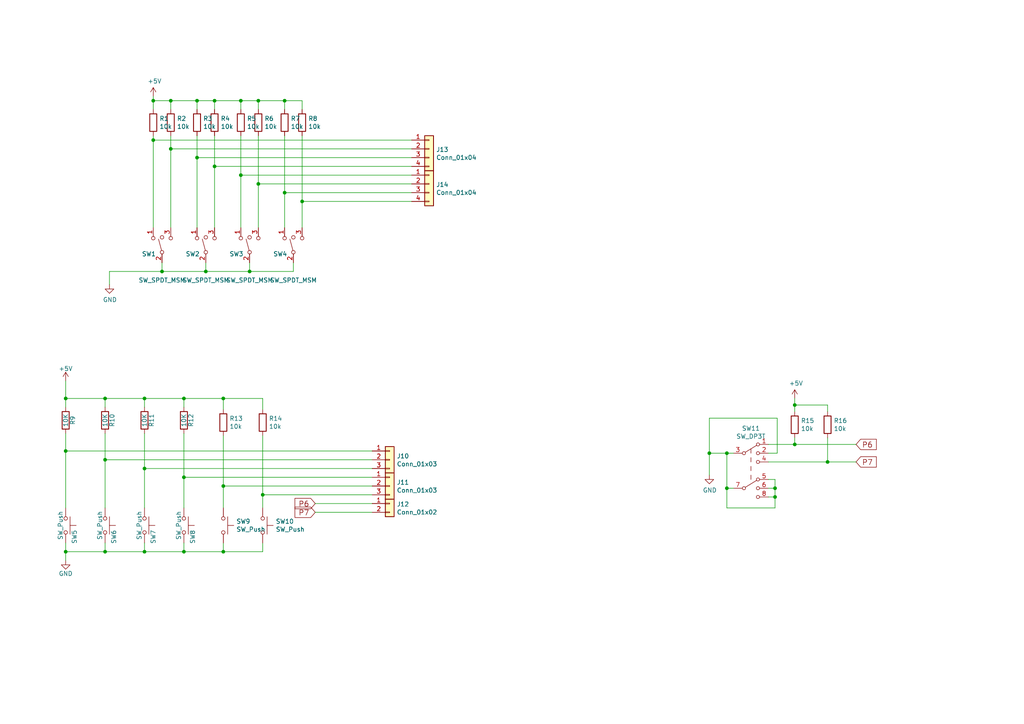
<source format=kicad_sch>
(kicad_sch (version 20230409) (generator eeschema)
  (paper "A4")
  (lib_symbols
    (symbol "Connector_Generic:Conn_01x02" (pin_names (offset 1.016) hide)
      (property "Reference" "J" (at 0 2.54 0))
      (property "Value" "Conn_01x02" (at 0 -5.08 0))
      (symbol "Conn_01x02_1_1"
        (rectangle (start -1.27 -2.413) (end 0 -2.667) (stroke (width 0.1524)))
        (rectangle (start -1.27 0.127) (end 0 -0.127) (stroke (width 0.1524)))
        (rectangle (start -1.27 1.27) (end 1.27 -3.81) (stroke (width 0.254)) (fill (type background)))
        (pin passive line (at -5.08 0 0) (length 3.81) (name "Pin_1") (number "1"))
        (pin passive line (at -5.08 -2.54 0) (length 3.81) (name "Pin_2") (number "2"))
      )
    )
    (symbol "Connector_Generic:Conn_01x03" (pin_names (offset 1.016) hide)
      (property "Reference" "J" (at 0 5.08 0))
      (property "Value" "Conn_01x03" (at 0 -5.08 0))
      (symbol "Conn_01x03_1_1"
        (rectangle (start -1.27 -2.413) (end 0 -2.667) (stroke (width 0.1524)))
        (rectangle (start -1.27 0.127) (end 0 -0.127) (stroke (width 0.1524)))
        (rectangle (start -1.27 2.667) (end 0 2.413) (stroke (width 0.1524)))
        (rectangle (start -1.27 3.81) (end 1.27 -3.81) (stroke (width 0.254)) (fill (type background)))
        (pin passive line (at -5.08 2.54 0) (length 3.81) (name "Pin_1") (number "1"))
        (pin passive line (at -5.08 0 0) (length 3.81) (name "Pin_2") (number "2"))
        (pin passive line (at -5.08 -2.54 0) (length 3.81) (name "Pin_3") (number "3"))
      )
    )
    (symbol "Connector_Generic:Conn_01x04" (pin_names (offset 1.016) hide)
      (property "Reference" "J" (at 0 5.08 0))
      (property "Value" "Conn_01x04" (at 0 -7.62 0))
      (symbol "Conn_01x04_1_1"
        (rectangle (start -1.27 -4.953) (end 0 -5.207) (stroke (width 0.1524)))
        (rectangle (start -1.27 -2.413) (end 0 -2.667) (stroke (width 0.1524)))
        (rectangle (start -1.27 0.127) (end 0 -0.127) (stroke (width 0.1524)))
        (rectangle (start -1.27 2.667) (end 0 2.413) (stroke (width 0.1524)))
        (rectangle (start -1.27 3.81) (end 1.27 -6.35) (stroke (width 0.254)) (fill (type background)))
        (pin passive line (at -5.08 2.54 0) (length 3.81) (name "Pin_1") (number "1"))
        (pin passive line (at -5.08 0 0) (length 3.81) (name "Pin_2") (number "2"))
        (pin passive line (at -5.08 -2.54 0) (length 3.81) (name "Pin_3") (number "3"))
        (pin passive line (at -5.08 -5.08 0) (length 3.81) (name "Pin_4") (number "4"))
      )
    )
    (symbol "Device:R" (pin_numbers hide) (pin_names (offset 0))
      (property "Reference" "R" (at 2.032 0 90))
      (property "Value" "R" (at 0 0 90))
      (symbol "R_0_1"
        (rectangle (start -1.016 -2.54) (end 1.016 2.54) (stroke (width 0.254)))
      )
      (symbol "R_1_1"
        (pin passive line (at 0 3.81 270) (length 1.27) (name "~") (number "1"))
        (pin passive line (at 0 -3.81 90) (length 1.27) (name "~") (number "2"))
      )
    )
    (symbol "power:+5V" (power) (pin_names (offset 0))
      (property "Value" "+5V" (at 0 3.556 0))
      (symbol "+5V_0_1"
        (polyline (pts (xy -0.762 1.27) (xy 0 2.54)))
        (polyline (pts (xy 0 0) (xy 0 2.54)))
        (polyline (pts (xy 0 2.54) (xy 0.762 1.27)))
      )
      (symbol "+5V_1_1"
        (pin power_in line (at 0 0 90) (length 0) hide (name "+5V") (number "1"))
      )
    )
    (symbol "power:GND" (power) (pin_names (offset 0))
      (property "Value" "GND" (at 0 -3.81 0))
      (symbol "GND_0_1"
        (polyline (pts (xy 0 0) (xy 0 -1.27) (xy 1.27 -1.27) (xy 0 -2.54) (xy -1.27 -1.27) (xy 0 -1.27)))
      )
      (symbol "GND_1_1"
        (pin power_in line (at 0 0 270) (length 0) hide (name "GND") (number "1"))
      )
    )
    (symbol "remote-rescue:+5V" (power) (pin_names (offset 0))
      (property "Value" "+5V" (at 0 3.556 0))
      (symbol "+5V_0_1"
        (polyline (pts (xy -0.762 1.27) (xy 0 2.54)))
        (polyline (pts (xy 0 0) (xy 0 2.54)))
        (polyline (pts (xy 0 2.54) (xy 0.762 1.27)))
      )
      (symbol "+5V_1_1"
        (pin power_in line (at 0 0 90) (length 0) hide (name "+5V") (number "1"))
      )
    )
    (symbol "remote-rescue:GND" (power) (pin_names (offset 0))
      (property "Value" "GND" (at 0 -3.81 0))
      (symbol "GND_0_1"
        (polyline (pts (xy 0 0) (xy 0 -1.27) (xy 1.27 -1.27) (xy 0 -2.54) (xy -1.27 -1.27) (xy 0 -1.27)))
      )
      (symbol "GND_1_1"
        (pin power_in line (at 0 0 270) (length 0) hide (name "GND") (number "1"))
      )
    )
    (symbol "remote-rescue:R" (pin_numbers hide) (pin_names (offset 0))
      (property "Reference" "R" (at 2.032 0 90))
      (property "Value" "R" (at 0 0 90))
      (symbol "R_0_1"
        (rectangle (start -1.016 -2.54) (end 1.016 2.54) (stroke (width 0.254)))
      )
      (symbol "R_1_1"
        (pin passive line (at 0 3.81 270) (length 1.27) (name "~") (number "1"))
        (pin passive line (at 0 -3.81 90) (length 1.27) (name "~") (number "2"))
      )
    )
    (symbol "remote-rescue:SW_Push" (pin_numbers hide) (pin_names (offset 1.016) hide)
      (property "Reference" "SW" (at 1.27 2.54 0))
      (property "Value" "SW_Push" (at 0 -1.524 0))
      (symbol "SW_Push_0_1"
        (circle (center -2.032 0) (radius 0.508))
        (polyline (pts (xy 0 1.27) (xy 0 3.048)))
        (polyline (pts (xy 2.54 1.27) (xy -2.54 1.27)))
        (circle (center 2.032 0) (radius 0.508))
        (pin passive line (at -5.08 0 0) (length 2.54) (name "1") (number "1"))
        (pin passive line (at 5.08 0 180) (length 2.54) (name "2") (number "2"))
      )
    )
    (symbol "remote-rescue:SW_SPDT_MSM" (pin_names (offset 0) hide)
      (property "Reference" "SW" (at 0 5.08 0))
      (property "Value" "SW_SPDT_MSM" (at 0 -5.08 0))
      (symbol "SW_SPDT_MSM_0_0"
        (circle (center -2.032 0) (radius 0.508))
        (polyline (pts (xy -1.524 0.127) (xy 1.778 1.016)))
        (circle (center 2.032 -2.54) (radius 0.508))
      )
      (symbol "SW_SPDT_MSM_0_1"
        (circle (center 2.032 2.54) (radius 0.508))
        (circle (center 2.286 0) (radius 0.508))
      )
      (symbol "SW_SPDT_MSM_1_1"
        (pin passive line (at 5.08 2.54 180) (length 2.54) (name "1") (number "1"))
        (pin passive line (at -5.08 0 0) (length 2.54) (name "2") (number "2"))
        (pin passive line (at 5.08 -2.54 180) (length 2.54) (name "3") (number "3"))
      )
    )
    (symbol "remote:SW_DP3T" (pin_names (offset 0) hide)
      (property "Reference" "SW" (at 0 5.08 0))
      (property "Value" "SW_DP3T" (at 0 -16.51 0))
      (symbol "SW_DP3T_0_1"
        (circle (center -2.032 0) (radius 0.4572))
        (polyline (pts (xy -1.651 0.254) (xy 1.651 2.286)))
        (polyline (pts (xy 0 -6.35) (xy 0 -7.62)))
        (polyline (pts (xy 0 -3.81) (xy 0 -5.08)))
        (polyline (pts (xy 0 -1.27) (xy 0 -2.54)))
        (polyline (pts (xy 0 1.27) (xy 0 0)))
        (circle (center 2.032 -2.54) (radius 0.4572))
        (circle (center 2.032 0) (radius 0.4572))
        (circle (center 2.032 2.54) (radius 0.4572))
      )
      (symbol "SW_DP3T_1_1"
        (circle (center -2.032 -10.16) (radius 0.4572))
        (polyline (pts (xy -1.651 -9.906) (xy 1.651 -7.874)))
        (circle (center 2.032 -12.7) (radius 0.4572))
        (circle (center 2.032 -10.16) (radius 0.4572))
        (circle (center 2.032 -7.62) (radius 0.4572))
        (pin passive line (at 5.08 2.54 180) (length 2.54) (name "1") (number "1"))
        (pin passive line (at 5.08 0 180) (length 2.54) (name "2") (number "2"))
        (pin passive line (at -5.08 0 0) (length 2.54) (name "3") (number "3"))
        (pin passive line (at 5.08 -2.54 180) (length 2.54) (name "4") (number "4"))
        (pin passive line (at 5.08 -7.62 180) (length 2.54) (name "5") (number "5"))
        (pin passive line (at 5.08 -10.16 180) (length 2.54) (name "6") (number "6"))
        (pin passive line (at -5.08 -10.16 0) (length 2.54) (name "7") (number "7"))
        (pin passive line (at 5.08 -12.7 180) (length 2.54) (name "8") (number "8"))
      )
    )
  )
  (junction (at 82.55 55.88))
  (junction (at 230.505 117.475))
  (junction (at 44.45 29.21))
  (junction (at 59.69 78.74))
  (junction (at 57.15 45.72))
  (junction (at 53.34 115.57))
  (junction (at 210.82 131.445))
  (junction (at 30.48 133.35))
  (junction (at 210.82 141.605))
  (junction (at 19.05 130.81))
  (junction (at 19.05 160.02))
  (junction (at 41.91 160.02))
  (junction (at 49.53 43.18))
  (junction (at 76.2 143.51))
  (junction (at 41.91 135.89))
  (junction (at 205.74 131.445))
  (junction (at 87.63 58.42))
  (junction (at 74.93 53.34))
  (junction (at 19.05 115.57))
  (junction (at 53.34 160.02))
  (junction (at 30.48 160.02))
  (junction (at 62.23 29.21))
  (junction (at 46.99 78.74))
  (junction (at 224.79 141.605))
  (junction (at 82.55 29.21))
  (junction (at 41.91 115.57))
  (junction (at 230.505 128.905))
  (junction (at 64.77 115.57))
  (junction (at 62.23 48.26))
  (junction (at 69.85 29.21))
  (junction (at 53.34 138.43))
  (junction (at 64.77 140.97))
  (junction (at 44.45 40.64))
  (junction (at 57.15 29.21))
  (junction (at 74.93 29.21))
  (junction (at 224.79 144.145))
  (junction (at 49.53 29.21))
  (junction (at 30.48 115.57))
  (junction (at 64.77 160.02))
  (junction (at 240.03 133.985))
  (junction (at 72.39 78.74))
  (junction (at 69.85 50.8))
  (wire (pts (xy 30.48 115.57) (xy 41.91 115.57)))
  (wire (pts (xy 41.91 125.73) (xy 41.91 135.89)))
  (wire (pts (xy 230.505 127) (xy 230.505 128.905)))
  (wire (pts (xy 82.55 29.21) (xy 87.63 29.21)))
  (wire (pts (xy 57.15 39.37) (xy 57.15 45.72)))
  (wire (pts (xy 224.79 141.605) (xy 224.79 139.065)))
  (wire (pts (xy 69.85 29.21) (xy 69.85 31.75)))
  (wire (pts (xy 119.38 58.42) (xy 87.63 58.42)))
  (wire (pts (xy 76.2 143.51) (xy 76.2 147.32)))
  (wire (pts (xy 72.39 76.2) (xy 72.39 78.74)))
  (wire (pts (xy 222.885 141.605) (xy 224.79 141.605)))
  (wire (pts (xy 41.91 135.89) (xy 41.91 147.32)))
  (wire (pts (xy 44.45 27.94) (xy 44.45 29.21)))
  (wire (pts (xy 222.885 128.905) (xy 230.505 128.905)))
  (wire (pts (xy 41.91 157.48) (xy 41.91 160.02)))
  (wire (pts (xy 119.38 53.34) (xy 74.93 53.34)))
  (wire (pts (xy 62.23 48.26) (xy 62.23 66.04)))
  (wire (pts (xy 57.15 29.21) (xy 62.23 29.21)))
  (wire (pts (xy 230.505 117.475) (xy 230.505 119.38)))
  (wire (pts (xy 19.05 160.02) (xy 19.05 162.56)))
  (wire (pts (xy 41.91 160.02) (xy 53.34 160.02)))
  (wire (pts (xy 30.48 125.73) (xy 30.48 133.35)))
  (wire (pts (xy 64.77 160.02) (xy 76.2 160.02)))
  (wire (pts (xy 62.23 29.21) (xy 62.23 31.75)))
  (wire (pts (xy 107.95 146.05) (xy 91.44 146.05)))
  (wire (pts (xy 64.77 126.365) (xy 64.77 140.97)))
  (wire (pts (xy 49.53 39.37) (xy 49.53 43.18)))
  (wire (pts (xy 240.03 127) (xy 240.03 133.985)))
  (wire (pts (xy 46.99 78.74) (xy 59.69 78.74)))
  (wire (pts (xy 69.85 39.37) (xy 69.85 50.8)))
  (wire (pts (xy 62.23 39.37) (xy 62.23 48.26)))
  (wire (pts (xy 107.95 140.97) (xy 64.77 140.97)))
  (wire (pts (xy 205.74 121.285) (xy 205.74 131.445)))
  (wire (pts (xy 225.425 121.285) (xy 205.74 121.285)))
  (wire (pts (xy 31.75 82.55) (xy 31.75 78.74)))
  (wire (pts (xy 44.45 29.21) (xy 49.53 29.21)))
  (wire (pts (xy 224.79 139.065) (xy 222.885 139.065)))
  (wire (pts (xy 62.23 29.21) (xy 69.85 29.21)))
  (wire (pts (xy 53.34 160.02) (xy 64.77 160.02)))
  (wire (pts (xy 222.885 133.985) (xy 240.03 133.985)))
  (wire (pts (xy 224.79 144.145) (xy 224.79 141.605)))
  (wire (pts (xy 53.34 125.73) (xy 53.34 138.43)))
  (wire (pts (xy 49.53 29.21) (xy 49.53 31.75)))
  (wire (pts (xy 19.05 115.57) (xy 19.05 118.11)))
  (wire (pts (xy 19.05 110.49) (xy 19.05 115.57)))
  (wire (pts (xy 30.48 160.02) (xy 41.91 160.02)))
  (wire (pts (xy 49.53 29.21) (xy 57.15 29.21)))
  (wire (pts (xy 222.885 131.445) (xy 225.425 131.445)))
  (wire (pts (xy 85.09 78.74) (xy 85.09 76.2)))
  (wire (pts (xy 53.34 115.57) (xy 53.34 118.11)))
  (wire (pts (xy 19.05 125.73) (xy 19.05 130.81)))
  (wire (pts (xy 59.69 76.2) (xy 59.69 78.74)))
  (wire (pts (xy 205.74 137.795) (xy 205.74 131.445)))
  (wire (pts (xy 64.77 157.48) (xy 64.77 160.02)))
  (wire (pts (xy 87.63 58.42) (xy 87.63 66.04)))
  (wire (pts (xy 222.885 144.145) (xy 224.79 144.145)))
  (wire (pts (xy 107.95 133.35) (xy 30.48 133.35)))
  (wire (pts (xy 119.38 45.72) (xy 57.15 45.72)))
  (wire (pts (xy 41.91 115.57) (xy 41.91 118.11)))
  (wire (pts (xy 19.05 160.02) (xy 30.48 160.02)))
  (wire (pts (xy 49.53 43.18) (xy 49.53 66.04)))
  (wire (pts (xy 19.05 115.57) (xy 30.48 115.57)))
  (wire (pts (xy 119.38 43.18) (xy 49.53 43.18)))
  (wire (pts (xy 107.95 143.51) (xy 76.2 143.51)))
  (wire (pts (xy 119.38 48.26) (xy 62.23 48.26)))
  (wire (pts (xy 82.55 31.75) (xy 82.55 29.21)))
  (wire (pts (xy 53.34 138.43) (xy 53.34 147.32)))
  (wire (pts (xy 210.82 131.445) (xy 212.725 131.445)))
  (wire (pts (xy 69.85 50.8) (xy 69.85 66.04)))
  (wire (pts (xy 30.48 115.57) (xy 30.48 118.11)))
  (wire (pts (xy 87.63 29.21) (xy 87.63 31.75)))
  (wire (pts (xy 44.45 39.37) (xy 44.45 40.64)))
  (wire (pts (xy 76.2 115.57) (xy 76.2 118.745)))
  (wire (pts (xy 19.05 157.48) (xy 19.05 160.02)))
  (wire (pts (xy 224.79 147.32) (xy 224.79 144.145)))
  (wire (pts (xy 225.425 131.445) (xy 225.425 121.285)))
  (wire (pts (xy 74.93 29.21) (xy 74.93 31.75)))
  (wire (pts (xy 53.34 157.48) (xy 53.34 160.02)))
  (wire (pts (xy 205.74 131.445) (xy 210.82 131.445)))
  (wire (pts (xy 107.95 138.43) (xy 53.34 138.43)))
  (wire (pts (xy 72.39 78.74) (xy 85.09 78.74)))
  (wire (pts (xy 30.48 157.48) (xy 30.48 160.02)))
  (wire (pts (xy 46.99 76.2) (xy 46.99 78.74)))
  (wire (pts (xy 64.77 115.57) (xy 64.77 118.745)))
  (wire (pts (xy 64.77 115.57) (xy 76.2 115.57)))
  (wire (pts (xy 107.95 135.89) (xy 41.91 135.89)))
  (wire (pts (xy 41.91 115.57) (xy 53.34 115.57)))
  (wire (pts (xy 119.38 40.64) (xy 44.45 40.64)))
  (wire (pts (xy 87.63 39.37) (xy 87.63 58.42)))
  (wire (pts (xy 31.75 78.74) (xy 46.99 78.74)))
  (wire (pts (xy 212.725 141.605) (xy 210.82 141.605)))
  (wire (pts (xy 44.45 40.64) (xy 44.45 66.04)))
  (wire (pts (xy 74.93 29.21) (xy 82.55 29.21)))
  (wire (pts (xy 210.82 141.605) (xy 210.82 147.32)))
  (wire (pts (xy 74.93 53.34) (xy 74.93 66.04)))
  (wire (pts (xy 230.505 115.57) (xy 230.505 117.475)))
  (wire (pts (xy 230.505 117.475) (xy 240.03 117.475)))
  (wire (pts (xy 119.38 50.8) (xy 69.85 50.8)))
  (wire (pts (xy 91.44 148.59) (xy 107.95 148.59)))
  (wire (pts (xy 240.03 117.475) (xy 240.03 119.38)))
  (wire (pts (xy 64.77 140.97) (xy 64.77 147.32)))
  (wire (pts (xy 57.15 31.75) (xy 57.15 29.21)))
  (wire (pts (xy 57.15 45.72) (xy 57.15 66.04)))
  (wire (pts (xy 69.85 29.21) (xy 74.93 29.21)))
  (wire (pts (xy 82.55 39.37) (xy 82.55 55.88)))
  (wire (pts (xy 76.2 126.365) (xy 76.2 143.51)))
  (wire (pts (xy 30.48 133.35) (xy 30.48 147.32)))
  (wire (pts (xy 59.69 78.74) (xy 72.39 78.74)))
  (wire (pts (xy 19.05 130.81) (xy 19.05 147.32)))
  (wire (pts (xy 44.45 29.21) (xy 44.45 31.75)))
  (wire (pts (xy 210.82 147.32) (xy 224.79 147.32)))
  (wire (pts (xy 240.03 133.985) (xy 248.285 133.985)))
  (wire (pts (xy 119.38 55.88) (xy 82.55 55.88)))
  (wire (pts (xy 210.82 141.605) (xy 210.82 131.445)))
  (wire (pts (xy 76.2 160.02) (xy 76.2 157.48)))
  (wire (pts (xy 230.505 128.905) (xy 248.285 128.905)))
  (wire (pts (xy 53.34 115.57) (xy 64.77 115.57)))
  (wire (pts (xy 107.95 130.81) (xy 19.05 130.81)))
  (wire (pts (xy 74.93 39.37) (xy 74.93 53.34)))
  (wire (pts (xy 82.55 55.88) (xy 82.55 66.04)))
  (global_label "P7" (shape input) (at 91.44 148.59 180) (effects (font (size 1.524 1.524))) (property "Intersheetrefs" "${INTERSHEET_REFS}" (effects hide)))
  (global_label "P7" (shape input) (at 248.285 133.985 0) (effects (font (size 1.524 1.524))) (property "Intersheetrefs" "${INTERSHEET_REFS}" (effects hide)))
  (global_label "P6" (shape input) (at 91.44 146.05 180) (effects (font (size 1.524 1.524))) (property "Intersheetrefs" "${INTERSHEET_REFS}" (effects hide)))
  (global_label "P6" (shape input) (at 248.285 128.905 0) (effects (font (size 1.524 1.524))) (property "Intersheetrefs" "${INTERSHEET_REFS}" (effects hide)))
  (symbol (lib_id "remote-rescue:SW_Push") (at 19.05 152.4 270) (unit 1)
    (property "Reference" "SW5" (at 21.59 153.67 0) (effects (justify left)))
    (property "Value" "SW_Push" (at 17.526 152.4 0))
    (property "Footprint" "Remote:Switch_1x02_P6mm" (effects hide))
  )
  (symbol (lib_id "remote-rescue:SW_Push") (at 30.48 152.4 270) (unit 1)
    (property "Reference" "SW6" (at 33.02 153.67 0) (effects (justify left)))
    (property "Value" "SW_Push" (at 28.956 152.4 0))
    (property "Footprint" "Remote:Switch_1x02_P6mm" (effects hide))
  )
  (symbol (lib_id "remote-rescue:SW_Push") (at 41.91 152.4 270) (unit 1)
    (property "Reference" "SW7" (at 44.45 153.67 0) (effects (justify left)))
    (property "Value" "SW_Push" (at 40.386 152.4 0))
    (property "Footprint" "Remote:Switch_1x02_P6mm" (effects hide))
  )
  (symbol (lib_id "remote-rescue:SW_Push") (at 53.34 152.4 270) (unit 1)
    (property "Reference" "SW8" (at 55.88 153.67 0) (effects (justify left)))
    (property "Value" "SW_Push" (at 51.816 152.4 0))
    (property "Footprint" "Remote:Switch_1x02_P6mm" (effects hide))
  )
  (symbol (lib_id "remote-rescue:R") (at 19.05 121.92 0) (unit 1)
    (property "Reference" "R9" (at 21.082 121.92 90))
    (property "Value" "10K" (at 19.05 121.92 90))
    (property "Footprint" "Resistor_SMD:R_0805_2012Metric" (effects hide))
  )
  (symbol (lib_id "remote-rescue:R") (at 30.48 121.92 0) (unit 1)
    (property "Reference" "R10" (at 32.512 121.92 90))
    (property "Value" "10K" (at 30.48 121.92 90))
    (property "Footprint" "Resistor_SMD:R_0805_2012Metric" (effects hide))
  )
  (symbol (lib_id "remote-rescue:R") (at 41.91 121.92 0) (unit 1)
    (property "Reference" "R11" (at 43.942 121.92 90))
    (property "Value" "10K" (at 41.91 121.92 90))
    (property "Footprint" "Resistor_SMD:R_0805_2012Metric" (effects hide))
  )
  (symbol (lib_id "remote-rescue:R") (at 53.34 121.92 0) (unit 1)
    (property "Reference" "R12" (at 55.372 121.92 90))
    (property "Value" "10K" (at 53.34 121.92 90))
    (property "Footprint" "Resistor_SMD:R_0805_2012Metric" (effects hide))
  )
  (symbol (lib_id "remote-rescue:GND") (at 19.05 162.56 0) (unit 1)
    (property "Reference" "#PWR0117" (effects hide))
    (property "Value" "GND" (at 19.05 166.37 0))
  )
  (symbol (lib_id "remote-rescue:+5V") (at 19.05 110.49 0) (unit 1)
    (property "Reference" "#PWR0118" (effects hide))
    (property "Value" "+5V" (at 19.05 106.934 0))
  )
  (symbol (lib_id "remote-rescue:SW_SPDT_MSM") (at 46.99 71.12 90) (unit 1)
    (property "Reference" "SW1" (at 43.18 73.66 90))
    (property "Value" "SW_SPDT_MSM" (at 46.99 81.28 90))
    (property "Footprint" "Remote:Switch_1x03_P5.08mm" (effects hide))
  )
  (symbol (lib_id "remote-rescue:SW_SPDT_MSM") (at 59.69 71.12 90) (unit 1)
    (property "Reference" "SW2" (at 55.88 73.66 90))
    (property "Value" "SW_SPDT_MSM" (at 59.69 81.28 90))
    (property "Footprint" "Remote:Switch_1x03_P5.08mm" (effects hide))
  )
  (symbol (lib_id "remote-rescue:SW_SPDT_MSM") (at 72.39 71.12 90) (unit 1)
    (property "Reference" "SW3" (at 68.58 73.66 90))
    (property "Value" "SW_SPDT_MSM" (at 72.39 81.28 90))
    (property "Footprint" "Remote:Switch_1x03_P5.08mm" (effects hide))
  )
  (symbol (lib_id "remote-rescue:SW_SPDT_MSM") (at 85.09 71.12 90) (unit 1)
    (property "Reference" "SW4" (at 81.28 73.66 90))
    (property "Value" "SW_SPDT_MSM" (at 85.09 81.28 90))
    (property "Footprint" "Remote:Switch_1x03_P5.08mm" (effects hide))
  )
  (symbol (lib_id "remote-rescue:SW_Push") (at 64.77 152.4 270) (unit 1)
    (property "Reference" "SW9" (at 68.5292 151.2316 90) (effects (justify left)))
    (property "Value" "SW_Push" (at 68.5292 153.543 90) (effects (justify left)))
    (property "Footprint" "Remote:Switch_1x02_P6mm" (effects hide))
  )
  (symbol (lib_id "remote-rescue:SW_Push") (at 76.2 152.4 270) (unit 1)
    (property "Reference" "SW10" (at 79.9592 151.2316 90) (effects (justify left)))
    (property "Value" "SW_Push" (at 79.9592 153.543 90) (effects (justify left)))
    (property "Footprint" "Remote:Switch_1x02_P6mm" (effects hide))
  )
  (symbol (lib_id "Device:R") (at 64.77 122.555 0) (unit 1)
    (property "Reference" "R13" (at 66.548 121.3866 0) (effects (justify left)))
    (property "Value" "10k" (at 66.548 123.698 0) (effects (justify left)))
    (property "Footprint" "Resistor_SMD:R_0805_2012Metric" (effects hide))
  )
  (symbol (lib_id "Device:R") (at 76.2 122.555 0) (unit 1)
    (property "Reference" "R14" (at 77.978 121.3866 0) (effects (justify left)))
    (property "Value" "10k" (at 77.978 123.698 0) (effects (justify left)))
    (property "Footprint" "Resistor_SMD:R_0805_2012Metric" (effects hide))
  )
  (symbol (lib_id "power:GND") (at 31.75 82.55 0) (unit 1)
    (property "Reference" "#PWR0119" (effects hide))
    (property "Value" "GND" (at 31.877 86.9442 0))
  )
  (symbol (lib_id "Device:R") (at 44.45 35.56 0) (unit 1)
    (property "Reference" "R1" (at 46.228 34.3916 0) (effects (justify left)))
    (property "Value" "10k" (at 46.228 36.703 0) (effects (justify left)))
    (property "Footprint" "Resistor_SMD:R_0805_2012Metric" (effects hide))
  )
  (symbol (lib_id "Device:R") (at 49.53 35.56 0) (unit 1)
    (property "Reference" "R2" (at 51.308 34.3916 0) (effects (justify left)))
    (property "Value" "10k" (at 51.308 36.703 0) (effects (justify left)))
    (property "Footprint" "Resistor_SMD:R_0805_2012Metric" (effects hide))
  )
  (symbol (lib_id "Device:R") (at 57.15 35.56 0) (unit 1)
    (property "Reference" "R3" (at 58.928 34.3916 0) (effects (justify left)))
    (property "Value" "10k" (at 58.928 36.703 0) (effects (justify left)))
    (property "Footprint" "Resistor_SMD:R_0805_2012Metric" (effects hide))
  )
  (symbol (lib_id "Device:R") (at 62.23 35.56 0) (unit 1)
    (property "Reference" "R4" (at 64.008 34.3916 0) (effects (justify left)))
    (property "Value" "10k" (at 64.008 36.703 0) (effects (justify left)))
    (property "Footprint" "Resistor_SMD:R_0805_2012Metric" (effects hide))
  )
  (symbol (lib_id "Device:R") (at 69.85 35.56 0) (unit 1)
    (property "Reference" "R5" (at 71.628 34.3916 0) (effects (justify left)))
    (property "Value" "10k" (at 71.628 36.703 0) (effects (justify left)))
    (property "Footprint" "Resistor_SMD:R_0805_2012Metric" (effects hide))
  )
  (symbol (lib_id "Device:R") (at 74.93 35.56 0) (unit 1)
    (property "Reference" "R6" (at 76.708 34.3916 0) (effects (justify left)))
    (property "Value" "10k" (at 76.708 36.703 0) (effects (justify left)))
    (property "Footprint" "Resistor_SMD:R_0805_2012Metric" (effects hide))
  )
  (symbol (lib_id "Device:R") (at 82.55 35.56 0) (unit 1)
    (property "Reference" "R7" (at 84.328 34.3916 0) (effects (justify left)))
    (property "Value" "10k" (at 84.328 36.703 0) (effects (justify left)))
    (property "Footprint" "Resistor_SMD:R_0805_2012Metric" (effects hide))
  )
  (symbol (lib_id "Device:R") (at 87.63 35.56 0) (unit 1)
    (property "Reference" "R8" (at 89.408 34.3916 0) (effects (justify left)))
    (property "Value" "10k" (at 89.408 36.703 0) (effects (justify left)))
    (property "Footprint" "Resistor_SMD:R_0805_2012Metric" (effects hide))
  )
  (symbol (lib_id "power:+5V") (at 44.45 27.94 0) (unit 1)
    (property "Reference" "#PWR0122" (effects hide))
    (property "Value" "+5V" (at 44.831 23.5458 0))
  )
  (symbol (lib_id "remote:SW_DP3T") (at 217.805 131.445 0) (unit 1)
    (property "Reference" "SW11" (at 217.805 124.2568 0))
    (property "Value" "SW_DP3T" (at 217.805 126.5682 0))
    (property "Footprint" "Remote:Switch_2x03_P3mm_Slide" (effects hide))
  )
  (symbol (lib_id "power:GND") (at 205.74 137.795 0) (unit 1)
    (property "Reference" "#PWR01" (effects hide))
    (property "Value" "GND" (at 205.867 142.1892 0))
  )
  (symbol (lib_id "Device:R") (at 230.505 123.19 0) (unit 1)
    (property "Reference" "R15" (at 232.283 122.0216 0) (effects (justify left)))
    (property "Value" "10k" (at 232.283 124.333 0) (effects (justify left)))
    (property "Footprint" "Resistor_SMD:R_0805_2012Metric" (effects hide))
  )
  (symbol (lib_id "Device:R") (at 240.03 123.19 0) (unit 1)
    (property "Reference" "R16" (at 241.808 122.0216 0) (effects (justify left)))
    (property "Value" "10k" (at 241.808 124.333 0) (effects (justify left)))
    (property "Footprint" "Resistor_SMD:R_0805_2012Metric" (effects hide))
  )
  (symbol (lib_id "power:+5V") (at 230.505 115.57 0) (unit 1)
    (property "Reference" "#PWR02" (effects hide))
    (property "Value" "+5V" (at 230.886 111.1758 0))
  )
  (symbol (lib_id "Connector_Generic:Conn_01x04") (at 124.46 43.18 0) (unit 1)
    (property "Reference" "J13" (at 126.492 43.3832 0) (effects (justify left)))
    (property "Value" "Conn_01x04" (at 126.492 45.6946 0) (effects (justify left)))
    (property "Footprint" "Milling:JST_XH_B04B-XH-A_1x04_P2.50mm_Vertical_Milling" (effects hide))
  )
  (symbol (lib_id "Connector_Generic:Conn_01x04") (at 124.46 53.34 0) (unit 1)
    (property "Reference" "J14" (at 126.492 53.5432 0) (effects (justify left)))
    (property "Value" "Conn_01x04" (at 126.492 55.8546 0) (effects (justify left)))
    (property "Footprint" "Milling:JST_XH_B04B-XH-A_1x04_P2.50mm_Vertical_Milling" (effects hide))
  )
  (symbol (lib_id "Connector_Generic:Conn_01x03") (at 113.03 133.35 0) (unit 1)
    (property "Reference" "J10" (at 115.062 132.2832 0) (effects (justify left)))
    (property "Value" "Conn_01x03" (at 115.062 134.5946 0) (effects (justify left)))
    (property "Footprint" "Milling:JST_XH_B03B-XH-A_1x03_P2.50mm_Vertical_Milling" (effects hide))
  )
  (symbol (lib_id "Connector_Generic:Conn_01x03") (at 113.03 140.97 0) (unit 1)
    (property "Reference" "J11" (at 115.062 139.9032 0) (effects (justify left)))
    (property "Value" "Conn_01x03" (at 115.062 142.2146 0) (effects (justify left)))
    (property "Footprint" "Milling:JST_XH_B03B-XH-A_1x03_P2.50mm_Vertical_Milling" (effects hide))
  )
  (symbol (lib_id "Connector_Generic:Conn_01x02") (at 113.03 146.05 0) (unit 1)
    (property "Reference" "J12" (at 115.062 146.2532 0) (effects (justify left)))
    (property "Value" "Conn_01x02" (at 115.062 148.5646 0) (effects (justify left)))
    (property "Footprint" "Milling:JST_XH_B02B-XH-A_1x02_P2.50mm_Vertical_Milling" (effects hide))
  )
)
</source>
